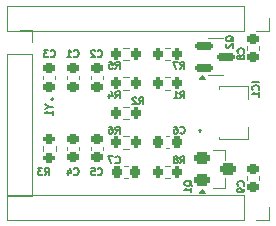
<source format=gbo>
G04 #@! TF.GenerationSoftware,KiCad,Pcbnew,9.0.1-9.0.1-0~ubuntu25.04.1*
G04 #@! TF.CreationDate,2025-05-06T20:57:22+10:00*
G04 #@! TF.ProjectId,MiniUNO,4d696e69-554e-44f2-9e6b-696361645f70,rev?*
G04 #@! TF.SameCoordinates,Original*
G04 #@! TF.FileFunction,Legend,Bot*
G04 #@! TF.FilePolarity,Positive*
%FSLAX46Y46*%
G04 Gerber Fmt 4.6, Leading zero omitted, Abs format (unit mm)*
G04 Created by KiCad (PCBNEW 9.0.1-9.0.1-0~ubuntu25.04.1) date 2025-05-06 20:57:22*
%MOMM*%
%LPD*%
G01*
G04 APERTURE LIST*
G04 Aperture macros list*
%AMRoundRect*
0 Rectangle with rounded corners*
0 $1 Rounding radius*
0 $2 $3 $4 $5 $6 $7 $8 $9 X,Y pos of 4 corners*
0 Add a 4 corners polygon primitive as box body*
4,1,4,$2,$3,$4,$5,$6,$7,$8,$9,$2,$3,0*
0 Add four circle primitives for the rounded corners*
1,1,$1+$1,$2,$3*
1,1,$1+$1,$4,$5*
1,1,$1+$1,$6,$7*
1,1,$1+$1,$8,$9*
0 Add four rect primitives between the rounded corners*
20,1,$1+$1,$2,$3,$4,$5,0*
20,1,$1+$1,$4,$5,$6,$7,0*
20,1,$1+$1,$6,$7,$8,$9,0*
20,1,$1+$1,$8,$9,$2,$3,0*%
G04 Aperture macros list end*
%ADD10C,0.150000*%
%ADD11C,0.120000*%
%ADD12C,0.200000*%
%ADD13C,0.100000*%
%ADD14RoundRect,0.225000X0.250000X-0.225000X0.250000X0.225000X-0.250000X0.225000X-0.250000X-0.225000X0*%
%ADD15RoundRect,0.225000X0.225000X0.250000X-0.225000X0.250000X-0.225000X-0.250000X0.225000X-0.250000X0*%
%ADD16RoundRect,0.200000X-0.200000X-0.275000X0.200000X-0.275000X0.200000X0.275000X-0.200000X0.275000X0*%
%ADD17R,1.300500X0.900500*%
%ADD18RoundRect,0.200000X0.200000X0.275000X-0.200000X0.275000X-0.200000X-0.275000X0.200000X-0.275000X0*%
%ADD19RoundRect,0.200000X0.275000X-0.200000X0.275000X0.200000X-0.275000X0.200000X-0.275000X-0.200000X0*%
%ADD20O,1.900000X1.050000*%
%ADD21R,1.300000X0.550000*%
%ADD22R,1.475000X0.800000*%
%ADD23R,3.125000X1.850000*%
%ADD24R,1.350000X1.350000*%
%ADD25O,1.350000X1.350000*%
%ADD26RoundRect,0.250000X-0.450000X-0.250000X0.450000X-0.250000X0.450000X0.250000X-0.450000X0.250000X0*%
%ADD27C,1.350000*%
%ADD28RoundRect,0.225000X-0.250000X0.225000X-0.250000X-0.225000X0.250000X-0.225000X0.250000X0.225000X0*%
%ADD29RoundRect,0.150000X-0.587500X-0.150000X0.587500X-0.150000X0.587500X0.150000X-0.587500X0.150000X0*%
G04 APERTURE END LIST*
D10*
X-3400000Y4787371D02*
X-3371428Y4758800D01*
X-3371428Y4758800D02*
X-3285714Y4730228D01*
X-3285714Y4730228D02*
X-3228571Y4730228D01*
X-3228571Y4730228D02*
X-3142857Y4758800D01*
X-3142857Y4758800D02*
X-3085714Y4815942D01*
X-3085714Y4815942D02*
X-3057143Y4873085D01*
X-3057143Y4873085D02*
X-3028571Y4987371D01*
X-3028571Y4987371D02*
X-3028571Y5073085D01*
X-3028571Y5073085D02*
X-3057143Y5187371D01*
X-3057143Y5187371D02*
X-3085714Y5244514D01*
X-3085714Y5244514D02*
X-3142857Y5301657D01*
X-3142857Y5301657D02*
X-3228571Y5330228D01*
X-3228571Y5330228D02*
X-3285714Y5330228D01*
X-3285714Y5330228D02*
X-3371428Y5301657D01*
X-3371428Y5301657D02*
X-3400000Y5273085D01*
X-3971428Y4730228D02*
X-3628571Y4730228D01*
X-3800000Y4730228D02*
X-3800000Y5330228D01*
X-3800000Y5330228D02*
X-3742857Y5244514D01*
X-3742857Y5244514D02*
X-3685714Y5187371D01*
X-3685714Y5187371D02*
X-3628571Y5158800D01*
X5599999Y-1712628D02*
X5628571Y-1741200D01*
X5628571Y-1741200D02*
X5714285Y-1769771D01*
X5714285Y-1769771D02*
X5771428Y-1769771D01*
X5771428Y-1769771D02*
X5857142Y-1741200D01*
X5857142Y-1741200D02*
X5914285Y-1684057D01*
X5914285Y-1684057D02*
X5942856Y-1626914D01*
X5942856Y-1626914D02*
X5971428Y-1512628D01*
X5971428Y-1512628D02*
X5971428Y-1426914D01*
X5971428Y-1426914D02*
X5942856Y-1312628D01*
X5942856Y-1312628D02*
X5914285Y-1255485D01*
X5914285Y-1255485D02*
X5857142Y-1198342D01*
X5857142Y-1198342D02*
X5771428Y-1169771D01*
X5771428Y-1169771D02*
X5714285Y-1169771D01*
X5714285Y-1169771D02*
X5628571Y-1198342D01*
X5628571Y-1198342D02*
X5599999Y-1226914D01*
X5085714Y-1169771D02*
X5199999Y-1169771D01*
X5199999Y-1169771D02*
X5257142Y-1198342D01*
X5257142Y-1198342D02*
X5285714Y-1226914D01*
X5285714Y-1226914D02*
X5342856Y-1312628D01*
X5342856Y-1312628D02*
X5371428Y-1426914D01*
X5371428Y-1426914D02*
X5371428Y-1655485D01*
X5371428Y-1655485D02*
X5342856Y-1712628D01*
X5342856Y-1712628D02*
X5314285Y-1741200D01*
X5314285Y-1741200D02*
X5257142Y-1769771D01*
X5257142Y-1769771D02*
X5142856Y-1769771D01*
X5142856Y-1769771D02*
X5085714Y-1741200D01*
X5085714Y-1741200D02*
X5057142Y-1712628D01*
X5057142Y-1712628D02*
X5028571Y-1655485D01*
X5028571Y-1655485D02*
X5028571Y-1512628D01*
X5028571Y-1512628D02*
X5057142Y-1455485D01*
X5057142Y-1455485D02*
X5085714Y-1426914D01*
X5085714Y-1426914D02*
X5142856Y-1398342D01*
X5142856Y-1398342D02*
X5257142Y-1398342D01*
X5257142Y-1398342D02*
X5314285Y-1426914D01*
X5314285Y-1426914D02*
X5342856Y-1455485D01*
X5342856Y-1455485D02*
X5371428Y-1512628D01*
X99999Y1230228D02*
X299999Y1515942D01*
X442856Y1230228D02*
X442856Y1830228D01*
X442856Y1830228D02*
X214285Y1830228D01*
X214285Y1830228D02*
X157142Y1801657D01*
X157142Y1801657D02*
X128571Y1773085D01*
X128571Y1773085D02*
X99999Y1715942D01*
X99999Y1715942D02*
X99999Y1630228D01*
X99999Y1630228D02*
X128571Y1573085D01*
X128571Y1573085D02*
X157142Y1544514D01*
X157142Y1544514D02*
X214285Y1515942D01*
X214285Y1515942D02*
X442856Y1515942D01*
X-414286Y1630228D02*
X-414286Y1230228D01*
X-271428Y1858800D02*
X-128571Y1430228D01*
X-128571Y1430228D02*
X-500000Y1430228D01*
X-5400000Y4787371D02*
X-5371428Y4758800D01*
X-5371428Y4758800D02*
X-5285714Y4730228D01*
X-5285714Y4730228D02*
X-5228571Y4730228D01*
X-5228571Y4730228D02*
X-5142857Y4758800D01*
X-5142857Y4758800D02*
X-5085714Y4815942D01*
X-5085714Y4815942D02*
X-5057143Y4873085D01*
X-5057143Y4873085D02*
X-5028571Y4987371D01*
X-5028571Y4987371D02*
X-5028571Y5073085D01*
X-5028571Y5073085D02*
X-5057143Y5187371D01*
X-5057143Y5187371D02*
X-5085714Y5244514D01*
X-5085714Y5244514D02*
X-5142857Y5301657D01*
X-5142857Y5301657D02*
X-5228571Y5330228D01*
X-5228571Y5330228D02*
X-5285714Y5330228D01*
X-5285714Y5330228D02*
X-5371428Y5301657D01*
X-5371428Y5301657D02*
X-5400000Y5273085D01*
X-5600000Y5330228D02*
X-5971428Y5330228D01*
X-5971428Y5330228D02*
X-5771428Y5101657D01*
X-5771428Y5101657D02*
X-5857143Y5101657D01*
X-5857143Y5101657D02*
X-5914286Y5073085D01*
X-5914286Y5073085D02*
X-5942857Y5044514D01*
X-5942857Y5044514D02*
X-5971428Y4987371D01*
X-5971428Y4987371D02*
X-5971428Y4844514D01*
X-5971428Y4844514D02*
X-5942857Y4787371D01*
X-5942857Y4787371D02*
X-5914286Y4758800D01*
X-5914286Y4758800D02*
X-5857143Y4730228D01*
X-5857143Y4730228D02*
X-5685714Y4730228D01*
X-5685714Y4730228D02*
X-5628571Y4758800D01*
X-5628571Y4758800D02*
X-5600000Y4787371D01*
X-5515942Y535714D02*
X-5230228Y535714D01*
X-5830228Y735714D02*
X-5515942Y535714D01*
X-5515942Y535714D02*
X-5830228Y335714D01*
X-5230228Y-178571D02*
X-5230228Y164285D01*
X-5230228Y-7143D02*
X-5830228Y-7143D01*
X-5830228Y-7143D02*
X-5744514Y49999D01*
X-5744514Y49999D02*
X-5687371Y107142D01*
X-5687371Y107142D02*
X-5658800Y164285D01*
X-3400000Y-5212628D02*
X-3371428Y-5241200D01*
X-3371428Y-5241200D02*
X-3285714Y-5269771D01*
X-3285714Y-5269771D02*
X-3228571Y-5269771D01*
X-3228571Y-5269771D02*
X-3142857Y-5241200D01*
X-3142857Y-5241200D02*
X-3085714Y-5184057D01*
X-3085714Y-5184057D02*
X-3057143Y-5126914D01*
X-3057143Y-5126914D02*
X-3028571Y-5012628D01*
X-3028571Y-5012628D02*
X-3028571Y-4926914D01*
X-3028571Y-4926914D02*
X-3057143Y-4812628D01*
X-3057143Y-4812628D02*
X-3085714Y-4755485D01*
X-3085714Y-4755485D02*
X-3142857Y-4698342D01*
X-3142857Y-4698342D02*
X-3228571Y-4669771D01*
X-3228571Y-4669771D02*
X-3285714Y-4669771D01*
X-3285714Y-4669771D02*
X-3371428Y-4698342D01*
X-3371428Y-4698342D02*
X-3400000Y-4726914D01*
X-3914286Y-4869771D02*
X-3914286Y-5269771D01*
X-3771428Y-4641200D02*
X-3628571Y-5069771D01*
X-3628571Y-5069771D02*
X-4000000Y-5069771D01*
X2099999Y730228D02*
X2299999Y1015942D01*
X2442856Y730228D02*
X2442856Y1330228D01*
X2442856Y1330228D02*
X2214285Y1330228D01*
X2214285Y1330228D02*
X2157142Y1301657D01*
X2157142Y1301657D02*
X2128571Y1273085D01*
X2128571Y1273085D02*
X2099999Y1215942D01*
X2099999Y1215942D02*
X2099999Y1130228D01*
X2099999Y1130228D02*
X2128571Y1073085D01*
X2128571Y1073085D02*
X2157142Y1044514D01*
X2157142Y1044514D02*
X2214285Y1015942D01*
X2214285Y1015942D02*
X2442856Y1015942D01*
X1871428Y1273085D02*
X1842856Y1301657D01*
X1842856Y1301657D02*
X1785714Y1330228D01*
X1785714Y1330228D02*
X1642856Y1330228D01*
X1642856Y1330228D02*
X1585714Y1301657D01*
X1585714Y1301657D02*
X1557142Y1273085D01*
X1557142Y1273085D02*
X1528571Y1215942D01*
X1528571Y1215942D02*
X1528571Y1158800D01*
X1528571Y1158800D02*
X1557142Y1073085D01*
X1557142Y1073085D02*
X1899999Y730228D01*
X1899999Y730228D02*
X1528571Y730228D01*
X99999Y-4212628D02*
X128571Y-4241200D01*
X128571Y-4241200D02*
X214285Y-4269771D01*
X214285Y-4269771D02*
X271428Y-4269771D01*
X271428Y-4269771D02*
X357142Y-4241200D01*
X357142Y-4241200D02*
X414285Y-4184057D01*
X414285Y-4184057D02*
X442856Y-4126914D01*
X442856Y-4126914D02*
X471428Y-4012628D01*
X471428Y-4012628D02*
X471428Y-3926914D01*
X471428Y-3926914D02*
X442856Y-3812628D01*
X442856Y-3812628D02*
X414285Y-3755485D01*
X414285Y-3755485D02*
X357142Y-3698342D01*
X357142Y-3698342D02*
X271428Y-3669771D01*
X271428Y-3669771D02*
X214285Y-3669771D01*
X214285Y-3669771D02*
X128571Y-3698342D01*
X128571Y-3698342D02*
X99999Y-3726914D01*
X-100000Y-3669771D02*
X-500000Y-3669771D01*
X-500000Y-3669771D02*
X-242857Y-4269771D01*
X99999Y3730228D02*
X299999Y4015942D01*
X442856Y3730228D02*
X442856Y4330228D01*
X442856Y4330228D02*
X214285Y4330228D01*
X214285Y4330228D02*
X157142Y4301657D01*
X157142Y4301657D02*
X128571Y4273085D01*
X128571Y4273085D02*
X99999Y4215942D01*
X99999Y4215942D02*
X99999Y4130228D01*
X99999Y4130228D02*
X128571Y4073085D01*
X128571Y4073085D02*
X157142Y4044514D01*
X157142Y4044514D02*
X214285Y4015942D01*
X214285Y4015942D02*
X442856Y4015942D01*
X-442857Y4330228D02*
X-157143Y4330228D01*
X-157143Y4330228D02*
X-128571Y4044514D01*
X-128571Y4044514D02*
X-157143Y4073085D01*
X-157143Y4073085D02*
X-214286Y4101657D01*
X-214286Y4101657D02*
X-357143Y4101657D01*
X-357143Y4101657D02*
X-414286Y4073085D01*
X-414286Y4073085D02*
X-442857Y4044514D01*
X-442857Y4044514D02*
X-471428Y3987371D01*
X-471428Y3987371D02*
X-471428Y3844514D01*
X-471428Y3844514D02*
X-442857Y3787371D01*
X-442857Y3787371D02*
X-414286Y3758800D01*
X-414286Y3758800D02*
X-357143Y3730228D01*
X-357143Y3730228D02*
X-214286Y3730228D01*
X-214286Y3730228D02*
X-157143Y3758800D01*
X-157143Y3758800D02*
X-128571Y3787371D01*
X-1400000Y-5212628D02*
X-1371428Y-5241200D01*
X-1371428Y-5241200D02*
X-1285714Y-5269771D01*
X-1285714Y-5269771D02*
X-1228571Y-5269771D01*
X-1228571Y-5269771D02*
X-1142857Y-5241200D01*
X-1142857Y-5241200D02*
X-1085714Y-5184057D01*
X-1085714Y-5184057D02*
X-1057143Y-5126914D01*
X-1057143Y-5126914D02*
X-1028571Y-5012628D01*
X-1028571Y-5012628D02*
X-1028571Y-4926914D01*
X-1028571Y-4926914D02*
X-1057143Y-4812628D01*
X-1057143Y-4812628D02*
X-1085714Y-4755485D01*
X-1085714Y-4755485D02*
X-1142857Y-4698342D01*
X-1142857Y-4698342D02*
X-1228571Y-4669771D01*
X-1228571Y-4669771D02*
X-1285714Y-4669771D01*
X-1285714Y-4669771D02*
X-1371428Y-4698342D01*
X-1371428Y-4698342D02*
X-1400000Y-4726914D01*
X-1942857Y-4669771D02*
X-1657143Y-4669771D01*
X-1657143Y-4669771D02*
X-1628571Y-4955485D01*
X-1628571Y-4955485D02*
X-1657143Y-4926914D01*
X-1657143Y-4926914D02*
X-1714286Y-4898342D01*
X-1714286Y-4898342D02*
X-1857143Y-4898342D01*
X-1857143Y-4898342D02*
X-1914286Y-4926914D01*
X-1914286Y-4926914D02*
X-1942857Y-4955485D01*
X-1942857Y-4955485D02*
X-1971428Y-5012628D01*
X-1971428Y-5012628D02*
X-1971428Y-5155485D01*
X-1971428Y-5155485D02*
X-1942857Y-5212628D01*
X-1942857Y-5212628D02*
X-1914286Y-5241200D01*
X-1914286Y-5241200D02*
X-1857143Y-5269771D01*
X-1857143Y-5269771D02*
X-1714286Y-5269771D01*
X-1714286Y-5269771D02*
X-1657143Y-5241200D01*
X-1657143Y-5241200D02*
X-1628571Y-5212628D01*
X-1400000Y4787371D02*
X-1371428Y4758800D01*
X-1371428Y4758800D02*
X-1285714Y4730228D01*
X-1285714Y4730228D02*
X-1228571Y4730228D01*
X-1228571Y4730228D02*
X-1142857Y4758800D01*
X-1142857Y4758800D02*
X-1085714Y4815942D01*
X-1085714Y4815942D02*
X-1057143Y4873085D01*
X-1057143Y4873085D02*
X-1028571Y4987371D01*
X-1028571Y4987371D02*
X-1028571Y5073085D01*
X-1028571Y5073085D02*
X-1057143Y5187371D01*
X-1057143Y5187371D02*
X-1085714Y5244514D01*
X-1085714Y5244514D02*
X-1142857Y5301657D01*
X-1142857Y5301657D02*
X-1228571Y5330228D01*
X-1228571Y5330228D02*
X-1285714Y5330228D01*
X-1285714Y5330228D02*
X-1371428Y5301657D01*
X-1371428Y5301657D02*
X-1400000Y5273085D01*
X-1628571Y5273085D02*
X-1657143Y5301657D01*
X-1657143Y5301657D02*
X-1714286Y5330228D01*
X-1714286Y5330228D02*
X-1857143Y5330228D01*
X-1857143Y5330228D02*
X-1914286Y5301657D01*
X-1914286Y5301657D02*
X-1942857Y5273085D01*
X-1942857Y5273085D02*
X-1971428Y5215942D01*
X-1971428Y5215942D02*
X-1971428Y5158800D01*
X-1971428Y5158800D02*
X-1942857Y5073085D01*
X-1942857Y5073085D02*
X-1600000Y4730228D01*
X-1600000Y4730228D02*
X-1971428Y4730228D01*
X5599999Y3730228D02*
X5799999Y4015942D01*
X5942856Y3730228D02*
X5942856Y4330228D01*
X5942856Y4330228D02*
X5714285Y4330228D01*
X5714285Y4330228D02*
X5657142Y4301657D01*
X5657142Y4301657D02*
X5628571Y4273085D01*
X5628571Y4273085D02*
X5599999Y4215942D01*
X5599999Y4215942D02*
X5599999Y4130228D01*
X5599999Y4130228D02*
X5628571Y4073085D01*
X5628571Y4073085D02*
X5657142Y4044514D01*
X5657142Y4044514D02*
X5714285Y4015942D01*
X5714285Y4015942D02*
X5942856Y4015942D01*
X5399999Y4330228D02*
X4999999Y4330228D01*
X4999999Y4330228D02*
X5257142Y3730228D01*
X5599999Y-4269771D02*
X5799999Y-3984057D01*
X5942856Y-4269771D02*
X5942856Y-3669771D01*
X5942856Y-3669771D02*
X5714285Y-3669771D01*
X5714285Y-3669771D02*
X5657142Y-3698342D01*
X5657142Y-3698342D02*
X5628571Y-3726914D01*
X5628571Y-3726914D02*
X5599999Y-3784057D01*
X5599999Y-3784057D02*
X5599999Y-3869771D01*
X5599999Y-3869771D02*
X5628571Y-3926914D01*
X5628571Y-3926914D02*
X5657142Y-3955485D01*
X5657142Y-3955485D02*
X5714285Y-3984057D01*
X5714285Y-3984057D02*
X5942856Y-3984057D01*
X5257142Y-3926914D02*
X5314285Y-3898342D01*
X5314285Y-3898342D02*
X5342856Y-3869771D01*
X5342856Y-3869771D02*
X5371428Y-3812628D01*
X5371428Y-3812628D02*
X5371428Y-3784057D01*
X5371428Y-3784057D02*
X5342856Y-3726914D01*
X5342856Y-3726914D02*
X5314285Y-3698342D01*
X5314285Y-3698342D02*
X5257142Y-3669771D01*
X5257142Y-3669771D02*
X5142856Y-3669771D01*
X5142856Y-3669771D02*
X5085714Y-3698342D01*
X5085714Y-3698342D02*
X5057142Y-3726914D01*
X5057142Y-3726914D02*
X5028571Y-3784057D01*
X5028571Y-3784057D02*
X5028571Y-3812628D01*
X5028571Y-3812628D02*
X5057142Y-3869771D01*
X5057142Y-3869771D02*
X5085714Y-3898342D01*
X5085714Y-3898342D02*
X5142856Y-3926914D01*
X5142856Y-3926914D02*
X5257142Y-3926914D01*
X5257142Y-3926914D02*
X5314285Y-3955485D01*
X5314285Y-3955485D02*
X5342856Y-3984057D01*
X5342856Y-3984057D02*
X5371428Y-4041200D01*
X5371428Y-4041200D02*
X5371428Y-4155485D01*
X5371428Y-4155485D02*
X5342856Y-4212628D01*
X5342856Y-4212628D02*
X5314285Y-4241200D01*
X5314285Y-4241200D02*
X5257142Y-4269771D01*
X5257142Y-4269771D02*
X5142856Y-4269771D01*
X5142856Y-4269771D02*
X5085714Y-4241200D01*
X5085714Y-4241200D02*
X5057142Y-4212628D01*
X5057142Y-4212628D02*
X5028571Y-4155485D01*
X5028571Y-4155485D02*
X5028571Y-4041200D01*
X5028571Y-4041200D02*
X5057142Y-3984057D01*
X5057142Y-3984057D02*
X5085714Y-3955485D01*
X5085714Y-3955485D02*
X5142856Y-3926914D01*
X-5900000Y-5269771D02*
X-5700000Y-4984057D01*
X-5557143Y-5269771D02*
X-5557143Y-4669771D01*
X-5557143Y-4669771D02*
X-5785714Y-4669771D01*
X-5785714Y-4669771D02*
X-5842857Y-4698342D01*
X-5842857Y-4698342D02*
X-5871428Y-4726914D01*
X-5871428Y-4726914D02*
X-5900000Y-4784057D01*
X-5900000Y-4784057D02*
X-5900000Y-4869771D01*
X-5900000Y-4869771D02*
X-5871428Y-4926914D01*
X-5871428Y-4926914D02*
X-5842857Y-4955485D01*
X-5842857Y-4955485D02*
X-5785714Y-4984057D01*
X-5785714Y-4984057D02*
X-5557143Y-4984057D01*
X-6100000Y-4669771D02*
X-6471428Y-4669771D01*
X-6471428Y-4669771D02*
X-6271428Y-4898342D01*
X-6271428Y-4898342D02*
X-6357143Y-4898342D01*
X-6357143Y-4898342D02*
X-6414286Y-4926914D01*
X-6414286Y-4926914D02*
X-6442857Y-4955485D01*
X-6442857Y-4955485D02*
X-6471428Y-5012628D01*
X-6471428Y-5012628D02*
X-6471428Y-5155485D01*
X-6471428Y-5155485D02*
X-6442857Y-5212628D01*
X-6442857Y-5212628D02*
X-6414286Y-5241200D01*
X-6414286Y-5241200D02*
X-6357143Y-5269771D01*
X-6357143Y-5269771D02*
X-6185714Y-5269771D01*
X-6185714Y-5269771D02*
X-6128571Y-5241200D01*
X-6128571Y-5241200D02*
X-6100000Y-5212628D01*
X5599999Y1230228D02*
X5799999Y1515942D01*
X5942856Y1230228D02*
X5942856Y1830228D01*
X5942856Y1830228D02*
X5714285Y1830228D01*
X5714285Y1830228D02*
X5657142Y1801657D01*
X5657142Y1801657D02*
X5628571Y1773085D01*
X5628571Y1773085D02*
X5599999Y1715942D01*
X5599999Y1715942D02*
X5599999Y1630228D01*
X5599999Y1630228D02*
X5628571Y1573085D01*
X5628571Y1573085D02*
X5657142Y1544514D01*
X5657142Y1544514D02*
X5714285Y1515942D01*
X5714285Y1515942D02*
X5942856Y1515942D01*
X5028571Y1230228D02*
X5371428Y1230228D01*
X5199999Y1230228D02*
X5199999Y1830228D01*
X5199999Y1830228D02*
X5257142Y1744514D01*
X5257142Y1744514D02*
X5314285Y1687371D01*
X5314285Y1687371D02*
X5371428Y1658800D01*
X99999Y-1769771D02*
X299999Y-1484057D01*
X442856Y-1769771D02*
X442856Y-1169771D01*
X442856Y-1169771D02*
X214285Y-1169771D01*
X214285Y-1169771D02*
X157142Y-1198342D01*
X157142Y-1198342D02*
X128571Y-1226914D01*
X128571Y-1226914D02*
X99999Y-1284057D01*
X99999Y-1284057D02*
X99999Y-1369771D01*
X99999Y-1369771D02*
X128571Y-1426914D01*
X128571Y-1426914D02*
X157142Y-1455485D01*
X157142Y-1455485D02*
X214285Y-1484057D01*
X214285Y-1484057D02*
X442856Y-1484057D01*
X-414286Y-1169771D02*
X-300000Y-1169771D01*
X-300000Y-1169771D02*
X-242857Y-1198342D01*
X-242857Y-1198342D02*
X-214286Y-1226914D01*
X-214286Y-1226914D02*
X-157143Y-1312628D01*
X-157143Y-1312628D02*
X-128571Y-1426914D01*
X-128571Y-1426914D02*
X-128571Y-1655485D01*
X-128571Y-1655485D02*
X-157143Y-1712628D01*
X-157143Y-1712628D02*
X-185714Y-1741200D01*
X-185714Y-1741200D02*
X-242857Y-1769771D01*
X-242857Y-1769771D02*
X-357143Y-1769771D01*
X-357143Y-1769771D02*
X-414286Y-1741200D01*
X-414286Y-1741200D02*
X-442857Y-1712628D01*
X-442857Y-1712628D02*
X-471428Y-1655485D01*
X-471428Y-1655485D02*
X-471428Y-1512628D01*
X-471428Y-1512628D02*
X-442857Y-1455485D01*
X-442857Y-1455485D02*
X-414286Y-1426914D01*
X-414286Y-1426914D02*
X-357143Y-1398342D01*
X-357143Y-1398342D02*
X-242857Y-1398342D01*
X-242857Y-1398342D02*
X-185714Y-1426914D01*
X-185714Y-1426914D02*
X-157143Y-1455485D01*
X-157143Y-1455485D02*
X-128571Y-1512628D01*
X12269771Y2585713D02*
X11669771Y2585713D01*
X12212628Y1957142D02*
X12241200Y1985714D01*
X12241200Y1985714D02*
X12269771Y2071428D01*
X12269771Y2071428D02*
X12269771Y2128571D01*
X12269771Y2128571D02*
X12241200Y2214285D01*
X12241200Y2214285D02*
X12184057Y2271428D01*
X12184057Y2271428D02*
X12126914Y2299999D01*
X12126914Y2299999D02*
X12012628Y2328571D01*
X12012628Y2328571D02*
X11926914Y2328571D01*
X11926914Y2328571D02*
X11812628Y2299999D01*
X11812628Y2299999D02*
X11755485Y2271428D01*
X11755485Y2271428D02*
X11698342Y2214285D01*
X11698342Y2214285D02*
X11669771Y2128571D01*
X11669771Y2128571D02*
X11669771Y2071428D01*
X11669771Y2071428D02*
X11698342Y1985714D01*
X11698342Y1985714D02*
X11726914Y1957142D01*
X12269771Y1385714D02*
X12269771Y1728571D01*
X12269771Y1557142D02*
X11669771Y1557142D01*
X11669771Y1557142D02*
X11755485Y1614285D01*
X11755485Y1614285D02*
X11812628Y1671428D01*
X11812628Y1671428D02*
X11841200Y1728571D01*
X10962628Y5099999D02*
X10991200Y5128571D01*
X10991200Y5128571D02*
X11019771Y5214285D01*
X11019771Y5214285D02*
X11019771Y5271428D01*
X11019771Y5271428D02*
X10991200Y5357142D01*
X10991200Y5357142D02*
X10934057Y5414285D01*
X10934057Y5414285D02*
X10876914Y5442856D01*
X10876914Y5442856D02*
X10762628Y5471428D01*
X10762628Y5471428D02*
X10676914Y5471428D01*
X10676914Y5471428D02*
X10562628Y5442856D01*
X10562628Y5442856D02*
X10505485Y5414285D01*
X10505485Y5414285D02*
X10448342Y5357142D01*
X10448342Y5357142D02*
X10419771Y5271428D01*
X10419771Y5271428D02*
X10419771Y5214285D01*
X10419771Y5214285D02*
X10448342Y5128571D01*
X10448342Y5128571D02*
X10476914Y5099999D01*
X10676914Y4757142D02*
X10648342Y4814285D01*
X10648342Y4814285D02*
X10619771Y4842856D01*
X10619771Y4842856D02*
X10562628Y4871428D01*
X10562628Y4871428D02*
X10534057Y4871428D01*
X10534057Y4871428D02*
X10476914Y4842856D01*
X10476914Y4842856D02*
X10448342Y4814285D01*
X10448342Y4814285D02*
X10419771Y4757142D01*
X10419771Y4757142D02*
X10419771Y4642856D01*
X10419771Y4642856D02*
X10448342Y4585714D01*
X10448342Y4585714D02*
X10476914Y4557142D01*
X10476914Y4557142D02*
X10534057Y4528571D01*
X10534057Y4528571D02*
X10562628Y4528571D01*
X10562628Y4528571D02*
X10619771Y4557142D01*
X10619771Y4557142D02*
X10648342Y4585714D01*
X10648342Y4585714D02*
X10676914Y4642856D01*
X10676914Y4642856D02*
X10676914Y4757142D01*
X10676914Y4757142D02*
X10705485Y4814285D01*
X10705485Y4814285D02*
X10734057Y4842856D01*
X10734057Y4842856D02*
X10791200Y4871428D01*
X10791200Y4871428D02*
X10905485Y4871428D01*
X10905485Y4871428D02*
X10962628Y4842856D01*
X10962628Y4842856D02*
X10991200Y4814285D01*
X10991200Y4814285D02*
X11019771Y4757142D01*
X11019771Y4757142D02*
X11019771Y4642856D01*
X11019771Y4642856D02*
X10991200Y4585714D01*
X10991200Y4585714D02*
X10962628Y4557142D01*
X10962628Y4557142D02*
X10905485Y4528571D01*
X10905485Y4528571D02*
X10791200Y4528571D01*
X10791200Y4528571D02*
X10734057Y4557142D01*
X10734057Y4557142D02*
X10705485Y4585714D01*
X10705485Y4585714D02*
X10676914Y4642856D01*
X6576914Y-6192857D02*
X6548342Y-6135714D01*
X6548342Y-6135714D02*
X6491200Y-6078571D01*
X6491200Y-6078571D02*
X6405485Y-5992857D01*
X6405485Y-5992857D02*
X6376914Y-5935714D01*
X6376914Y-5935714D02*
X6376914Y-5878571D01*
X6519771Y-5907142D02*
X6491200Y-5850000D01*
X6491200Y-5850000D02*
X6434057Y-5792857D01*
X6434057Y-5792857D02*
X6319771Y-5764285D01*
X6319771Y-5764285D02*
X6119771Y-5764285D01*
X6119771Y-5764285D02*
X6005485Y-5792857D01*
X6005485Y-5792857D02*
X5948342Y-5850000D01*
X5948342Y-5850000D02*
X5919771Y-5907142D01*
X5919771Y-5907142D02*
X5919771Y-6021428D01*
X5919771Y-6021428D02*
X5948342Y-6078571D01*
X5948342Y-6078571D02*
X6005485Y-6135714D01*
X6005485Y-6135714D02*
X6119771Y-6164285D01*
X6119771Y-6164285D02*
X6319771Y-6164285D01*
X6319771Y-6164285D02*
X6434057Y-6135714D01*
X6434057Y-6135714D02*
X6491200Y-6078571D01*
X6491200Y-6078571D02*
X6519771Y-6021428D01*
X6519771Y-6021428D02*
X6519771Y-5907142D01*
X6519771Y-6735713D02*
X6519771Y-6392856D01*
X6519771Y-6564285D02*
X5919771Y-6564285D01*
X5919771Y-6564285D02*
X6005485Y-6507142D01*
X6005485Y-6507142D02*
X6062628Y-6449999D01*
X6062628Y-6449999D02*
X6091200Y-6392856D01*
X10962628Y-6150000D02*
X10991200Y-6121428D01*
X10991200Y-6121428D02*
X11019771Y-6035714D01*
X11019771Y-6035714D02*
X11019771Y-5978571D01*
X11019771Y-5978571D02*
X10991200Y-5892857D01*
X10991200Y-5892857D02*
X10934057Y-5835714D01*
X10934057Y-5835714D02*
X10876914Y-5807143D01*
X10876914Y-5807143D02*
X10762628Y-5778571D01*
X10762628Y-5778571D02*
X10676914Y-5778571D01*
X10676914Y-5778571D02*
X10562628Y-5807143D01*
X10562628Y-5807143D02*
X10505485Y-5835714D01*
X10505485Y-5835714D02*
X10448342Y-5892857D01*
X10448342Y-5892857D02*
X10419771Y-5978571D01*
X10419771Y-5978571D02*
X10419771Y-6035714D01*
X10419771Y-6035714D02*
X10448342Y-6121428D01*
X10448342Y-6121428D02*
X10476914Y-6150000D01*
X11019771Y-6435714D02*
X11019771Y-6550000D01*
X11019771Y-6550000D02*
X10991200Y-6607143D01*
X10991200Y-6607143D02*
X10962628Y-6635714D01*
X10962628Y-6635714D02*
X10876914Y-6692857D01*
X10876914Y-6692857D02*
X10762628Y-6721428D01*
X10762628Y-6721428D02*
X10534057Y-6721428D01*
X10534057Y-6721428D02*
X10476914Y-6692857D01*
X10476914Y-6692857D02*
X10448342Y-6664286D01*
X10448342Y-6664286D02*
X10419771Y-6607143D01*
X10419771Y-6607143D02*
X10419771Y-6492857D01*
X10419771Y-6492857D02*
X10448342Y-6435714D01*
X10448342Y-6435714D02*
X10476914Y-6407143D01*
X10476914Y-6407143D02*
X10534057Y-6378571D01*
X10534057Y-6378571D02*
X10676914Y-6378571D01*
X10676914Y-6378571D02*
X10734057Y-6407143D01*
X10734057Y-6407143D02*
X10762628Y-6435714D01*
X10762628Y-6435714D02*
X10791200Y-6492857D01*
X10791200Y-6492857D02*
X10791200Y-6607143D01*
X10791200Y-6607143D02*
X10762628Y-6664286D01*
X10762628Y-6664286D02*
X10734057Y-6692857D01*
X10734057Y-6692857D02*
X10676914Y-6721428D01*
X10076914Y6057142D02*
X10048342Y6114285D01*
X10048342Y6114285D02*
X9991200Y6171428D01*
X9991200Y6171428D02*
X9905485Y6257142D01*
X9905485Y6257142D02*
X9876914Y6314285D01*
X9876914Y6314285D02*
X9876914Y6371428D01*
X10019771Y6342857D02*
X9991200Y6400000D01*
X9991200Y6400000D02*
X9934057Y6457142D01*
X9934057Y6457142D02*
X9819771Y6485714D01*
X9819771Y6485714D02*
X9619771Y6485714D01*
X9619771Y6485714D02*
X9505485Y6457142D01*
X9505485Y6457142D02*
X9448342Y6400000D01*
X9448342Y6400000D02*
X9419771Y6342857D01*
X9419771Y6342857D02*
X9419771Y6228571D01*
X9419771Y6228571D02*
X9448342Y6171428D01*
X9448342Y6171428D02*
X9505485Y6114285D01*
X9505485Y6114285D02*
X9619771Y6085714D01*
X9619771Y6085714D02*
X9819771Y6085714D01*
X9819771Y6085714D02*
X9934057Y6114285D01*
X9934057Y6114285D02*
X9991200Y6171428D01*
X9991200Y6171428D02*
X10019771Y6228571D01*
X10019771Y6228571D02*
X10019771Y6342857D01*
X9476914Y5857143D02*
X9448342Y5828571D01*
X9448342Y5828571D02*
X9419771Y5771429D01*
X9419771Y5771429D02*
X9419771Y5628571D01*
X9419771Y5628571D02*
X9448342Y5571429D01*
X9448342Y5571429D02*
X9476914Y5542857D01*
X9476914Y5542857D02*
X9534057Y5514286D01*
X9534057Y5514286D02*
X9591200Y5514286D01*
X9591200Y5514286D02*
X9676914Y5542857D01*
X9676914Y5542857D02*
X10019771Y5885714D01*
X10019771Y5885714D02*
X10019771Y5514286D01*
D11*
G04 #@! TO.C,C1*
X-4010000Y2859420D02*
X-4010000Y3140580D01*
X-2990000Y2859420D02*
X-2990000Y3140580D01*
G04 #@! TO.C,C6*
X4640580Y-1990000D02*
X4359420Y-1990000D01*
X4640580Y-3010000D02*
X4359420Y-3010000D01*
G04 #@! TO.C,R4*
X762742Y3022500D02*
X1237258Y3022500D01*
X762742Y1977500D02*
X1237258Y1977500D01*
G04 #@! TO.C,C3*
X-6010000Y2859420D02*
X-6010000Y3140580D01*
X-4990000Y2859420D02*
X-4990000Y3140580D01*
D12*
G04 #@! TO.C,Y1*
X-5250000Y1250000D02*
X-5250000Y1250000D01*
X-5250000Y1050000D02*
X-5250000Y1050000D01*
X-5250000Y1250000D02*
G75*
G02*
X-5250000Y1050000I0J-100000D01*
G01*
X-5250000Y1050000D02*
G75*
G02*
X-5250000Y1250000I0J100000D01*
G01*
D11*
G04 #@! TO.C,C4*
X-4010000Y-3140580D02*
X-4010000Y-2859420D01*
X-2990000Y-3140580D02*
X-2990000Y-2859420D01*
G04 #@! TO.C,R2*
X1237258Y522500D02*
X762742Y522500D01*
X1237258Y-522500D02*
X762742Y-522500D01*
G04 #@! TO.C,C7*
X1140580Y-4490000D02*
X859420Y-4490000D01*
X1140580Y-5510000D02*
X859420Y-5510000D01*
G04 #@! TO.C,R5*
X762742Y5522500D02*
X1237258Y5522500D01*
X762742Y4477500D02*
X1237258Y4477500D01*
G04 #@! TO.C,C5*
X-990000Y-3140580D02*
X-990000Y-2859420D01*
X-2010000Y-3140580D02*
X-2010000Y-2859420D01*
G04 #@! TO.C,C2*
X-2010000Y2859420D02*
X-2010000Y3140580D01*
X-990000Y2859420D02*
X-990000Y3140580D01*
G04 #@! TO.C,R7*
X4262742Y5522500D02*
X4737258Y5522500D01*
X4262742Y4477500D02*
X4737258Y4477500D01*
G04 #@! TO.C,R8*
X4262742Y-4477500D02*
X4737258Y-4477500D01*
X4262742Y-5522500D02*
X4737258Y-5522500D01*
G04 #@! TO.C,R3*
X-6022500Y-3237258D02*
X-6022500Y-2762742D01*
X-4977500Y-3237258D02*
X-4977500Y-2762742D01*
G04 #@! TO.C,R1*
X4737258Y3022500D02*
X4262742Y3022500D01*
X4737258Y1977500D02*
X4262742Y1977500D01*
G04 #@! TO.C,R6*
X762742Y-1977500D02*
X1237258Y-1977500D01*
X762742Y-3022500D02*
X1237258Y-3022500D01*
D12*
G04 #@! TO.C,IC1*
X7244000Y-1400000D02*
X7244000Y-1400000D01*
X7244000Y-1600000D02*
X7244000Y-1600000D01*
D13*
X8844000Y2250000D02*
X8844000Y2000000D01*
X8844000Y-2250000D02*
X8844000Y-2000000D01*
X11294000Y2250000D02*
X8844000Y2250000D01*
X11294000Y1200000D02*
X11294000Y2250000D01*
X11294000Y-1200000D02*
X11294000Y-2250000D01*
X11294000Y-2250000D02*
X8844000Y-2250000D01*
D12*
X7244000Y-1400000D02*
G75*
G02*
X7244000Y-1600000I0J-100000D01*
G01*
X7244000Y-1600000D02*
G75*
G02*
X7244000Y-1400000I0J100000D01*
G01*
D11*
G04 #@! TO.C,J3*
X-9060000Y-9060000D02*
X-9060000Y-6940000D01*
X11000000Y-6940000D02*
X-9060000Y-6940000D01*
X11000000Y-9060000D02*
X-9060000Y-9060000D01*
X11000000Y-9060000D02*
X11000000Y-6940000D01*
X12000000Y-9060000D02*
X13060000Y-9060000D01*
X13060000Y-9060000D02*
X13060000Y-8000000D01*
G04 #@! TO.C,J2*
X-9060000Y6940000D02*
X-9060000Y9060000D01*
X11000000Y9060000D02*
X-9060000Y9060000D01*
X11000000Y6940000D02*
X-9060000Y6940000D01*
X11000000Y6940000D02*
X11000000Y9060000D01*
X12000000Y6940000D02*
X13060000Y6940000D01*
X13060000Y6940000D02*
X13060000Y8000000D01*
G04 #@! TO.C,C8*
X11240000Y5359420D02*
X11240000Y5640580D01*
X12260000Y5359420D02*
X12260000Y5640580D01*
G04 #@! TO.C,Q1*
X8320000Y-3150000D02*
X9350000Y-3150000D01*
X8320000Y-6350000D02*
X9350000Y-6350000D01*
X9350000Y-3150000D02*
X9350000Y-3980000D01*
X9350000Y-5520000D02*
X9350000Y-6350000D01*
X7650000Y-6790000D02*
X7170000Y-6790000D01*
X7410000Y-6460000D01*
X7650000Y-6790000D01*
G36*
X7650000Y-6790000D02*
G01*
X7170000Y-6790000D01*
X7410000Y-6460000D01*
X7650000Y-6790000D01*
G37*
G04 #@! TO.C,J4*
X-9060000Y5000000D02*
X-9060000Y-7060000D01*
X-6940000Y7060000D02*
X-8000000Y7060000D01*
X-6940000Y6000000D02*
X-6940000Y7060000D01*
X-6940000Y5000000D02*
X-9060000Y5000000D01*
X-6940000Y5000000D02*
X-6940000Y-7060000D01*
X-6940000Y-7060000D02*
X-9060000Y-7060000D01*
G04 #@! TO.C,C9*
X11240000Y-5359420D02*
X11240000Y-5640580D01*
X12260000Y-5359420D02*
X12260000Y-5640580D01*
G04 #@! TO.C,Q2*
X8562500Y6310000D02*
X7912500Y6310000D01*
X8562500Y6310000D02*
X9212500Y6310000D01*
X8562500Y3190000D02*
X7912500Y3190000D01*
X8562500Y3190000D02*
X9212500Y3190000D01*
X7640000Y2910000D02*
X7160000Y2910000D01*
X7400000Y3240000D01*
X7640000Y2910000D01*
G36*
X7640000Y2910000D02*
G01*
X7160000Y2910000D01*
X7400000Y3240000D01*
X7640000Y2910000D01*
G37*
G04 #@! TD*
%LPC*%
D14*
G04 #@! TO.C,C1*
X-3500000Y2225000D03*
X-3500000Y3775000D03*
G04 #@! TD*
D15*
G04 #@! TO.C,C6*
X5275000Y-2500000D03*
X3725000Y-2500000D03*
G04 #@! TD*
D16*
G04 #@! TO.C,R4*
X175000Y2500000D03*
X1825000Y2500000D03*
G04 #@! TD*
D14*
G04 #@! TO.C,C3*
X-5500000Y2225000D03*
X-5500000Y3775000D03*
G04 #@! TD*
D17*
G04 #@! TO.C,Y1*
X-4349750Y549750D03*
X-2650250Y549750D03*
X-2650250Y-549750D03*
X-4349750Y-549750D03*
G04 #@! TD*
D14*
G04 #@! TO.C,C4*
X-3500000Y-3775000D03*
X-3500000Y-2225000D03*
G04 #@! TD*
D18*
G04 #@! TO.C,R2*
X1825000Y0D03*
X175000Y0D03*
G04 #@! TD*
D15*
G04 #@! TO.C,C7*
X1775000Y-5000000D03*
X225000Y-5000000D03*
G04 #@! TD*
D16*
G04 #@! TO.C,R5*
X175000Y5000000D03*
X1825000Y5000000D03*
G04 #@! TD*
D14*
G04 #@! TO.C,C5*
X-1500000Y-3775000D03*
X-1500000Y-2225000D03*
G04 #@! TD*
G04 #@! TO.C,C2*
X-1500000Y2225000D03*
X-1500000Y3775000D03*
G04 #@! TD*
D16*
G04 #@! TO.C,R7*
X3675000Y5000000D03*
X5325000Y5000000D03*
G04 #@! TD*
G04 #@! TO.C,R8*
X3675000Y-5000000D03*
X5325000Y-5000000D03*
G04 #@! TD*
D19*
G04 #@! TO.C,R3*
X-5500000Y-3825000D03*
X-5500000Y-2175000D03*
G04 #@! TD*
D18*
G04 #@! TO.C,R1*
X5325000Y2500000D03*
X3675000Y2500000D03*
G04 #@! TD*
D16*
G04 #@! TO.C,R6*
X175000Y-2500000D03*
X1825000Y-2500000D03*
G04 #@! TD*
D20*
G04 #@! TO.C,J1*
X11200000Y-3575000D03*
X11200000Y3575000D03*
G04 #@! TD*
D21*
G04 #@! TO.C,IC1*
X8250000Y-1500000D03*
D22*
X8338000Y0D03*
D23*
X10638000Y0D03*
D21*
X8250000Y1500000D03*
G04 #@! TD*
D24*
G04 #@! TO.C,J3*
X12000000Y-8000000D03*
D25*
X10000000Y-8000000D03*
X8000000Y-8000000D03*
X6000000Y-8000000D03*
X4000000Y-8000000D03*
X2000000Y-8000000D03*
X0Y-8000000D03*
X-2000000Y-8000000D03*
X-4000000Y-8000000D03*
X-6000000Y-8000000D03*
X-8000000Y-8000000D03*
G04 #@! TD*
D24*
G04 #@! TO.C,J2*
X12000000Y8000000D03*
D25*
X10000000Y8000000D03*
X8000000Y8000000D03*
X6000000Y8000000D03*
X4000000Y8000000D03*
X2000000Y8000000D03*
X0Y8000000D03*
X-2000000Y8000000D03*
X-4000000Y8000000D03*
X-6000000Y8000000D03*
X-8000000Y8000000D03*
G04 #@! TD*
D14*
G04 #@! TO.C,C8*
X11750000Y4725000D03*
X11750000Y6275000D03*
G04 #@! TD*
D26*
G04 #@! TO.C,Q1*
X7400000Y-5700000D03*
X7400000Y-3800000D03*
X9600000Y-4750000D03*
G04 #@! TD*
D27*
G04 #@! TO.C,J4*
X-8000000Y6000000D03*
D25*
X-8000000Y4000000D03*
X-8000000Y2000000D03*
X-8000000Y0D03*
X-8000000Y-2000000D03*
X-8000000Y-4000000D03*
X-8000000Y-6000000D03*
G04 #@! TD*
D28*
G04 #@! TO.C,C9*
X11750000Y-4725000D03*
X11750000Y-6275000D03*
G04 #@! TD*
D29*
G04 #@! TO.C,Q2*
X7625000Y3800000D03*
X7625000Y5700000D03*
X9500000Y4750000D03*
G04 #@! TD*
%LPD*%
M02*

</source>
